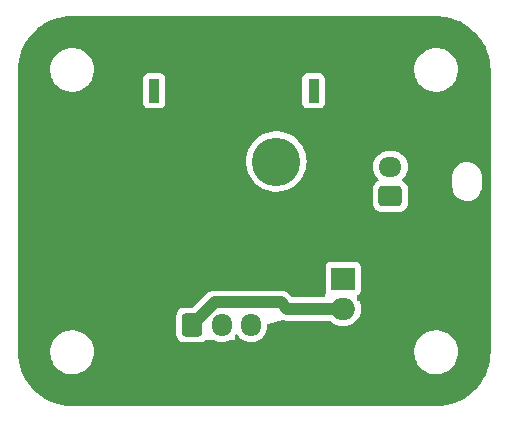
<source format=gbr>
%TF.GenerationSoftware,KiCad,Pcbnew,7.0.11-rc3*%
%TF.CreationDate,2025-03-25T15:56:03+09:00*%
%TF.ProjectId,RDC_Humanoid_Power_Relay_Switch,5244435f-4875-46d6-916e-6f69645f506f,rev?*%
%TF.SameCoordinates,Original*%
%TF.FileFunction,Copper,L2,Bot*%
%TF.FilePolarity,Positive*%
%FSLAX46Y46*%
G04 Gerber Fmt 4.6, Leading zero omitted, Abs format (unit mm)*
G04 Created by KiCad (PCBNEW 7.0.11-rc3) date 2025-03-25 15:56:03*
%MOMM*%
%LPD*%
G01*
G04 APERTURE LIST*
G04 Aperture macros list*
%AMRoundRect*
0 Rectangle with rounded corners*
0 $1 Rounding radius*
0 $2 $3 $4 $5 $6 $7 $8 $9 X,Y pos of 4 corners*
0 Add a 4 corners polygon primitive as box body*
4,1,4,$2,$3,$4,$5,$6,$7,$8,$9,$2,$3,0*
0 Add four circle primitives for the rounded corners*
1,1,$1+$1,$2,$3*
1,1,$1+$1,$4,$5*
1,1,$1+$1,$6,$7*
1,1,$1+$1,$8,$9*
0 Add four rect primitives between the rounded corners*
20,1,$1+$1,$2,$3,$4,$5,0*
20,1,$1+$1,$4,$5,$6,$7,0*
20,1,$1+$1,$6,$7,$8,$9,0*
20,1,$1+$1,$8,$9,$2,$3,0*%
G04 Aperture macros list end*
%TA.AperFunction,ComponentPad*%
%ADD10RoundRect,0.250000X-0.600000X-0.725000X0.600000X-0.725000X0.600000X0.725000X-0.600000X0.725000X0*%
%TD*%
%TA.AperFunction,ComponentPad*%
%ADD11O,1.700000X1.950000*%
%TD*%
%TA.AperFunction,ComponentPad*%
%ADD12RoundRect,0.250000X0.725000X-0.600000X0.725000X0.600000X-0.725000X0.600000X-0.725000X-0.600000X0*%
%TD*%
%TA.AperFunction,ComponentPad*%
%ADD13O,1.950000X1.700000*%
%TD*%
%TA.AperFunction,ComponentPad*%
%ADD14R,0.900000X2.000000*%
%TD*%
%TA.AperFunction,ComponentPad*%
%ADD15RoundRect,1.025000X-1.025000X-1.025000X1.025000X-1.025000X1.025000X1.025000X-1.025000X1.025000X0*%
%TD*%
%TA.AperFunction,ComponentPad*%
%ADD16C,4.100000*%
%TD*%
%TA.AperFunction,ComponentPad*%
%ADD17R,2.000000X1.905000*%
%TD*%
%TA.AperFunction,ComponentPad*%
%ADD18O,2.000000X1.905000*%
%TD*%
%TA.AperFunction,ViaPad*%
%ADD19C,0.600000*%
%TD*%
%TA.AperFunction,Conductor*%
%ADD20C,1.000000*%
%TD*%
G04 APERTURE END LIST*
D10*
%TO.P,J3,1,Pin_1*%
%TO.N,Net-(D2-K)*%
X53340000Y-59690000D03*
D11*
%TO.P,J3,2,Pin_2*%
%TO.N,unconnected-(J3-Pin_2-Pad2)*%
X55840000Y-59690000D03*
%TO.P,J3,3,Pin_3*%
%TO.N,+12V*%
X58340000Y-59690000D03*
%TD*%
D12*
%TO.P,J2,1,Pin_1*%
%TO.N,Net-(J2-Pin_1)*%
X70125000Y-48798800D03*
D13*
%TO.P,J2,2,Pin_2*%
%TO.N,+12V*%
X70125000Y-46298800D03*
%TD*%
D14*
%TO.P,J1,*%
%TO.N,*%
X50120600Y-39859600D03*
X63620600Y-39859600D03*
D15*
%TO.P,J1,1,Pin_1*%
%TO.N,GND*%
X53270600Y-45859600D03*
D16*
%TO.P,J1,2,Pin_2*%
%TO.N,+12V*%
X60470600Y-45859600D03*
%TD*%
D17*
%TO.P,Q1,1,G*%
%TO.N,Net-(Q1-G)*%
X66136400Y-55778400D03*
D18*
%TO.P,Q1,2,D*%
%TO.N,Net-(D2-K)*%
X66136400Y-58318400D03*
%TO.P,Q1,3,S*%
%TO.N,GND*%
X66136400Y-60858400D03*
%TD*%
D19*
%TO.N,GND*%
X69977000Y-59817000D03*
X49606200Y-53467000D03*
X67564000Y-41503600D03*
X52070000Y-61595000D03*
X56896000Y-55118000D03*
X63246000Y-50800000D03*
X73152000Y-44958000D03*
X67564000Y-53848000D03*
X76708000Y-42164000D03*
X42418000Y-53848000D03*
X47498000Y-34798000D03*
X76962000Y-55880000D03*
X46736000Y-56134000D03*
X56337200Y-56540400D03*
X65786000Y-48260000D03*
X47752000Y-42164000D03*
X68326000Y-37846000D03*
X39370000Y-45974000D03*
X61214000Y-59690000D03*
X47421800Y-50825400D03*
X78232000Y-40386000D03*
X39370000Y-41656000D03*
X61214000Y-53086000D03*
X47752000Y-65532000D03*
X78232000Y-57912000D03*
X55626000Y-34798000D03*
X67564000Y-50292000D03*
X56896000Y-46736000D03*
X78105000Y-49530000D03*
X58420000Y-66040000D03*
X39116000Y-51054000D03*
X63246000Y-48260000D03*
X65024000Y-59690000D03*
X54356000Y-54864000D03*
X51562000Y-34798000D03*
X62738000Y-55118000D03*
X42672000Y-48514000D03*
X73406000Y-53594000D03*
X53594000Y-65786000D03*
X56896000Y-52578000D03*
X62992000Y-66040000D03*
X54508400Y-56743600D03*
X64008000Y-42418000D03*
X59944000Y-34798000D03*
X56896000Y-42164000D03*
X42418000Y-57912000D03*
X73914000Y-55626000D03*
X55626000Y-37592000D03*
X63754000Y-34798000D03*
X43510200Y-43510200D03*
X68072000Y-34798000D03*
X57658000Y-63500000D03*
X47523400Y-46380400D03*
X47752000Y-37338000D03*
X72390000Y-50292000D03*
X54102000Y-53340000D03*
X55626000Y-61468000D03*
X60198000Y-38100000D03*
X63754000Y-37846000D03*
X71374000Y-56134000D03*
X62738000Y-63500000D03*
X53848000Y-63500000D03*
X61722000Y-56388000D03*
X53086000Y-41402000D03*
X74676000Y-57658000D03*
X61214000Y-54356000D03*
X39116000Y-56896000D03*
X78105000Y-45720000D03*
X65024000Y-52832000D03*
X67564000Y-63246000D03*
X67564000Y-57404000D03*
X78105000Y-53340000D03*
X49530000Y-63500000D03*
X67310000Y-66040000D03*
X51816000Y-37592000D03*
X72390000Y-42418000D03*
X46990000Y-60960000D03*
X52070000Y-57785000D03*
X76200000Y-53594000D03*
X53086000Y-50292000D03*
X71882000Y-65532000D03*
%TD*%
D20*
%TO.N,Net-(D2-K)*%
X55245000Y-57785000D02*
X53340000Y-59690000D01*
X60833000Y-57785000D02*
X55245000Y-57785000D01*
X61366400Y-58318400D02*
X60833000Y-57785000D01*
X66136400Y-58318400D02*
X61366400Y-58318400D01*
%TD*%
%TA.AperFunction,Conductor*%
%TO.N,GND*%
G36*
X73966433Y-33556515D02*
G01*
X73967739Y-33556602D01*
X73975108Y-33556602D01*
X74038312Y-33556602D01*
X74043720Y-33556719D01*
X74434743Y-33573792D01*
X74445477Y-33574732D01*
X74830859Y-33625468D01*
X74841493Y-33627343D01*
X75220990Y-33711476D01*
X75231416Y-33714270D01*
X75602135Y-33831157D01*
X75612270Y-33834846D01*
X75971387Y-33983598D01*
X75981179Y-33988164D01*
X76261399Y-34134037D01*
X76325942Y-34167636D01*
X76335309Y-34173043D01*
X76605434Y-34345132D01*
X76663124Y-34381884D01*
X76671983Y-34388087D01*
X76980364Y-34624717D01*
X76988638Y-34631661D01*
X77244151Y-34865795D01*
X77275203Y-34894249D01*
X77282852Y-34901898D01*
X77545439Y-35188461D01*
X77552393Y-35196748D01*
X77789007Y-35505110D01*
X77795212Y-35513971D01*
X78004056Y-35841791D01*
X78009464Y-35851159D01*
X78188933Y-36195916D01*
X78193505Y-36205720D01*
X78217779Y-36264323D01*
X78331504Y-36538879D01*
X78342248Y-36564816D01*
X78345947Y-36574979D01*
X78452559Y-36913109D01*
X78462828Y-36945676D01*
X78465628Y-36956126D01*
X78549754Y-37335599D01*
X78551632Y-37346252D01*
X78602365Y-37731602D01*
X78603308Y-37742378D01*
X78618934Y-38100289D01*
X78620382Y-38133435D01*
X78620500Y-38138844D01*
X78620500Y-61973293D01*
X78620382Y-61978702D01*
X78603310Y-62369723D01*
X78602367Y-62380500D01*
X78551634Y-62765848D01*
X78549756Y-62776501D01*
X78465628Y-63155978D01*
X78462828Y-63166427D01*
X78345949Y-63537120D01*
X78342249Y-63547285D01*
X78193507Y-63906381D01*
X78188935Y-63916185D01*
X78009465Y-64260942D01*
X78004057Y-64270310D01*
X77795213Y-64598130D01*
X77789008Y-64606991D01*
X77552394Y-64915353D01*
X77545440Y-64923640D01*
X77282853Y-65210204D01*
X77275204Y-65217853D01*
X76988640Y-65480440D01*
X76980353Y-65487394D01*
X76671991Y-65724008D01*
X76663130Y-65730213D01*
X76335310Y-65939057D01*
X76325942Y-65944465D01*
X75981185Y-66123935D01*
X75971381Y-66128507D01*
X75612285Y-66277249D01*
X75602120Y-66280949D01*
X75231427Y-66397828D01*
X75220978Y-66400628D01*
X74841501Y-66484756D01*
X74830848Y-66486634D01*
X74445500Y-66537367D01*
X74434723Y-66538310D01*
X74043703Y-66555382D01*
X74038294Y-66555500D01*
X43182706Y-66555500D01*
X43177297Y-66555382D01*
X42786276Y-66538310D01*
X42775501Y-66537367D01*
X42686792Y-66525688D01*
X42390151Y-66486634D01*
X42379498Y-66484756D01*
X42000021Y-66400628D01*
X41989572Y-66397828D01*
X41618879Y-66280949D01*
X41608714Y-66277249D01*
X41249618Y-66128507D01*
X41239814Y-66123935D01*
X40895057Y-65944465D01*
X40885689Y-65939057D01*
X40557869Y-65730213D01*
X40549008Y-65724008D01*
X40240646Y-65487394D01*
X40232359Y-65480440D01*
X39945795Y-65217853D01*
X39938146Y-65210204D01*
X39675559Y-64923640D01*
X39668605Y-64915353D01*
X39431991Y-64606991D01*
X39425786Y-64598130D01*
X39216942Y-64270310D01*
X39211534Y-64260942D01*
X39032064Y-63916185D01*
X39027492Y-63906381D01*
X38878744Y-63547270D01*
X38875055Y-63537135D01*
X38758168Y-63166416D01*
X38755374Y-63155990D01*
X38671241Y-62776493D01*
X38669365Y-62765848D01*
X38618630Y-62380477D01*
X38617690Y-62369742D01*
X38604506Y-62067763D01*
X41325787Y-62067763D01*
X41355413Y-62337013D01*
X41355415Y-62337024D01*
X41423926Y-62599082D01*
X41423928Y-62599088D01*
X41529870Y-62848390D01*
X41601998Y-62966575D01*
X41670979Y-63079605D01*
X41670986Y-63079615D01*
X41844253Y-63287819D01*
X41844259Y-63287824D01*
X42045998Y-63468582D01*
X42271910Y-63618044D01*
X42517176Y-63733020D01*
X42517183Y-63733022D01*
X42517185Y-63733023D01*
X42776557Y-63811057D01*
X42776564Y-63811058D01*
X42776569Y-63811060D01*
X43044561Y-63850500D01*
X43044566Y-63850500D01*
X43247629Y-63850500D01*
X43247631Y-63850500D01*
X43247636Y-63850499D01*
X43247648Y-63850499D01*
X43285191Y-63847750D01*
X43450156Y-63835677D01*
X43562758Y-63810593D01*
X43714546Y-63776782D01*
X43714548Y-63776781D01*
X43714553Y-63776780D01*
X43967558Y-63680014D01*
X44203777Y-63547441D01*
X44418177Y-63381888D01*
X44606186Y-63186881D01*
X44763799Y-62966579D01*
X44867002Y-62765848D01*
X44887649Y-62725690D01*
X44887651Y-62725684D01*
X44887656Y-62725675D01*
X44975118Y-62469305D01*
X45024319Y-62202933D01*
X45029259Y-62067763D01*
X72145787Y-62067763D01*
X72175413Y-62337013D01*
X72175415Y-62337024D01*
X72243926Y-62599082D01*
X72243928Y-62599088D01*
X72349870Y-62848390D01*
X72421998Y-62966575D01*
X72490979Y-63079605D01*
X72490986Y-63079615D01*
X72664253Y-63287819D01*
X72664259Y-63287824D01*
X72865998Y-63468582D01*
X73091910Y-63618044D01*
X73337176Y-63733020D01*
X73337183Y-63733022D01*
X73337185Y-63733023D01*
X73596557Y-63811057D01*
X73596564Y-63811058D01*
X73596569Y-63811060D01*
X73864561Y-63850500D01*
X73864566Y-63850500D01*
X74067629Y-63850500D01*
X74067631Y-63850500D01*
X74067636Y-63850499D01*
X74067648Y-63850499D01*
X74105191Y-63847750D01*
X74270156Y-63835677D01*
X74382758Y-63810593D01*
X74534546Y-63776782D01*
X74534548Y-63776781D01*
X74534553Y-63776780D01*
X74787558Y-63680014D01*
X75023777Y-63547441D01*
X75238177Y-63381888D01*
X75426186Y-63186881D01*
X75583799Y-62966579D01*
X75687002Y-62765848D01*
X75707649Y-62725690D01*
X75707651Y-62725684D01*
X75707656Y-62725675D01*
X75795118Y-62469305D01*
X75844319Y-62202933D01*
X75854212Y-61932235D01*
X75824586Y-61662982D01*
X75756072Y-61400912D01*
X75650130Y-61151610D01*
X75509018Y-60920390D01*
X75478448Y-60883656D01*
X75335746Y-60712180D01*
X75335740Y-60712175D01*
X75134002Y-60531418D01*
X74908092Y-60381957D01*
X74797091Y-60329922D01*
X74662824Y-60266980D01*
X74662819Y-60266978D01*
X74662814Y-60266976D01*
X74403442Y-60188942D01*
X74403428Y-60188939D01*
X74287791Y-60171921D01*
X74135439Y-60149500D01*
X73932369Y-60149500D01*
X73932351Y-60149500D01*
X73729844Y-60164323D01*
X73729831Y-60164325D01*
X73465453Y-60223217D01*
X73465446Y-60223220D01*
X73212439Y-60319987D01*
X72976226Y-60452557D01*
X72976224Y-60452558D01*
X72976223Y-60452559D01*
X72924071Y-60492829D01*
X72761822Y-60618112D01*
X72573822Y-60813109D01*
X72573816Y-60813116D01*
X72416202Y-61033419D01*
X72416199Y-61033424D01*
X72292350Y-61274309D01*
X72292343Y-61274327D01*
X72204884Y-61530685D01*
X72204881Y-61530699D01*
X72155681Y-61797068D01*
X72155680Y-61797075D01*
X72145787Y-62067763D01*
X45029259Y-62067763D01*
X45034212Y-61932235D01*
X45004586Y-61662982D01*
X44936072Y-61400912D01*
X44830130Y-61151610D01*
X44689018Y-60920390D01*
X44658448Y-60883656D01*
X44515746Y-60712180D01*
X44515740Y-60712175D01*
X44314002Y-60531418D01*
X44213613Y-60465001D01*
X51989500Y-60465001D01*
X51989501Y-60465018D01*
X52000000Y-60567796D01*
X52000001Y-60567799D01*
X52039303Y-60686402D01*
X52055186Y-60734334D01*
X52147288Y-60883656D01*
X52271344Y-61007712D01*
X52420666Y-61099814D01*
X52587203Y-61154999D01*
X52689991Y-61165500D01*
X53990008Y-61165499D01*
X54092797Y-61154999D01*
X54259334Y-61099814D01*
X54408656Y-61007712D01*
X54445449Y-60970919D01*
X54506772Y-60937434D01*
X54533130Y-60934600D01*
X55045331Y-60934600D01*
X55112370Y-60954285D01*
X55116454Y-60957025D01*
X55162168Y-60989034D01*
X55162170Y-60989035D01*
X55376337Y-61088903D01*
X55604592Y-61150063D01*
X55781034Y-61165500D01*
X55839999Y-61170659D01*
X55840000Y-61170659D01*
X55840001Y-61170659D01*
X55898966Y-61165500D01*
X56075408Y-61150063D01*
X56303663Y-61088903D01*
X56517829Y-60989035D01*
X56563544Y-60957024D01*
X56629750Y-60934698D01*
X56634667Y-60934600D01*
X56972200Y-60934600D01*
X56972200Y-60609381D01*
X56991885Y-60542342D01*
X57044689Y-60496587D01*
X57113847Y-60486643D01*
X57177403Y-60515668D01*
X57197773Y-60538255D01*
X57301505Y-60686401D01*
X57468599Y-60853495D01*
X57511675Y-60883657D01*
X57662165Y-60989032D01*
X57662167Y-60989033D01*
X57662170Y-60989035D01*
X57876337Y-61088903D01*
X58104592Y-61150063D01*
X58281034Y-61165500D01*
X58339999Y-61170659D01*
X58340000Y-61170659D01*
X58340001Y-61170659D01*
X58398966Y-61165500D01*
X58575408Y-61150063D01*
X58803663Y-61088903D01*
X59017829Y-60989035D01*
X59211401Y-60853495D01*
X59378495Y-60686401D01*
X59514035Y-60492829D01*
X59613903Y-60278663D01*
X59675063Y-60050408D01*
X59690500Y-59873966D01*
X59690500Y-59689087D01*
X59710185Y-59622048D01*
X59762989Y-59576293D01*
X59786732Y-59568236D01*
X61031150Y-59282356D01*
X61083873Y-59281748D01*
X61123111Y-59289812D01*
X61132262Y-59292057D01*
X61188982Y-59308287D01*
X61219314Y-59310596D01*
X61234863Y-59312777D01*
X61264655Y-59318900D01*
X61264659Y-59318900D01*
X61323642Y-59318900D01*
X61333056Y-59319257D01*
X61341410Y-59319894D01*
X61391876Y-59323737D01*
X61391876Y-59323736D01*
X61391877Y-59323737D01*
X61422052Y-59319893D01*
X61437719Y-59318900D01*
X64982006Y-59318900D01*
X65049045Y-59338585D01*
X65065987Y-59351668D01*
X65193390Y-59468951D01*
X65394978Y-59600655D01*
X65615495Y-59697383D01*
X65848924Y-59756495D01*
X66028800Y-59771400D01*
X66028804Y-59771400D01*
X66243996Y-59771400D01*
X66244000Y-59771400D01*
X66423876Y-59756495D01*
X66657305Y-59697383D01*
X66877822Y-59600655D01*
X67079410Y-59468951D01*
X67256571Y-59305863D01*
X67404472Y-59115839D01*
X67519079Y-58904064D01*
X67597266Y-58676313D01*
X67636900Y-58438799D01*
X67636900Y-58198001D01*
X67597266Y-57960487D01*
X67519079Y-57732736D01*
X67404472Y-57520961D01*
X67404470Y-57520958D01*
X67404466Y-57520952D01*
X67293567Y-57378469D01*
X67267924Y-57313475D01*
X67281490Y-57244935D01*
X67329959Y-57194611D01*
X67348081Y-57186127D01*
X67378731Y-57174696D01*
X67493946Y-57088446D01*
X67580196Y-56973231D01*
X67630491Y-56838383D01*
X67636900Y-56778773D01*
X67636899Y-54778028D01*
X67630491Y-54718417D01*
X67580196Y-54583569D01*
X67580195Y-54583568D01*
X67580193Y-54583564D01*
X67493947Y-54468355D01*
X67493944Y-54468352D01*
X67378735Y-54382106D01*
X67378728Y-54382102D01*
X67243882Y-54331808D01*
X67243883Y-54331808D01*
X67184283Y-54325401D01*
X67184281Y-54325400D01*
X67184273Y-54325400D01*
X67184264Y-54325400D01*
X65088529Y-54325400D01*
X65088523Y-54325401D01*
X65028916Y-54331808D01*
X64894071Y-54382102D01*
X64894064Y-54382106D01*
X64778855Y-54468352D01*
X64778852Y-54468355D01*
X64692606Y-54583564D01*
X64692602Y-54583571D01*
X64642308Y-54718417D01*
X64635901Y-54778016D01*
X64635901Y-54778023D01*
X64635900Y-54778035D01*
X64635900Y-56778770D01*
X64635901Y-56778776D01*
X64642308Y-56838383D01*
X64659872Y-56885472D01*
X64664856Y-56955163D01*
X64661327Y-56968017D01*
X64585797Y-57194611D01*
X64572963Y-57233112D01*
X64533089Y-57290486D01*
X64468526Y-57317195D01*
X64455326Y-57317900D01*
X61832182Y-57317900D01*
X61765143Y-57298215D01*
X61744501Y-57281581D01*
X61550567Y-57087647D01*
X61548374Y-57085398D01*
X61488061Y-57021949D01*
X61488060Y-57021948D01*
X61488059Y-57021947D01*
X61439640Y-56988246D01*
X61432120Y-56982575D01*
X61386413Y-56945305D01*
X61386406Y-56945301D01*
X61359441Y-56931216D01*
X61346026Y-56923089D01*
X61321049Y-56905705D01*
X61321046Y-56905703D01*
X61321045Y-56905703D01*
X61321041Y-56905701D01*
X61266845Y-56882443D01*
X61258336Y-56878402D01*
X61206057Y-56851094D01*
X61206046Y-56851090D01*
X61176806Y-56842723D01*
X61162021Y-56837459D01*
X61134058Y-56825459D01*
X61076273Y-56813583D01*
X61067127Y-56811338D01*
X61010423Y-56795113D01*
X60986699Y-56793306D01*
X60980072Y-56792801D01*
X60964533Y-56790622D01*
X60934742Y-56784500D01*
X60934741Y-56784500D01*
X60875759Y-56784500D01*
X60866344Y-56784142D01*
X60863643Y-56783936D01*
X60807524Y-56779662D01*
X60777349Y-56783506D01*
X60761682Y-56784500D01*
X55259278Y-56784500D01*
X55256138Y-56784460D01*
X55168637Y-56782243D01*
X55168628Y-56782243D01*
X55110578Y-56792648D01*
X55101252Y-56793956D01*
X55042564Y-56799925D01*
X55042562Y-56799926D01*
X55013526Y-56809035D01*
X54998290Y-56812774D01*
X54968350Y-56818141D01*
X54968341Y-56818143D01*
X54913568Y-56840021D01*
X54904699Y-56843179D01*
X54848415Y-56860840D01*
X54848402Y-56860845D01*
X54821817Y-56875601D01*
X54807644Y-56882332D01*
X54779391Y-56893618D01*
X54779377Y-56893625D01*
X54730121Y-56926087D01*
X54722066Y-56930967D01*
X54670502Y-56959588D01*
X54670499Y-56959590D01*
X54647405Y-56979414D01*
X54634883Y-56988855D01*
X54609482Y-57005598D01*
X54609475Y-57005603D01*
X54567781Y-57047297D01*
X54560874Y-57053698D01*
X54516106Y-57092132D01*
X54516105Y-57092133D01*
X54497480Y-57116194D01*
X54487107Y-57127971D01*
X53436897Y-58178181D01*
X53375574Y-58211666D01*
X53349216Y-58214500D01*
X52689998Y-58214500D01*
X52689980Y-58214501D01*
X52587203Y-58225000D01*
X52587200Y-58225001D01*
X52420668Y-58280185D01*
X52420663Y-58280187D01*
X52271342Y-58372289D01*
X52147289Y-58496342D01*
X52055187Y-58645663D01*
X52055185Y-58645668D01*
X52027349Y-58729670D01*
X52000001Y-58812203D01*
X52000001Y-58812204D01*
X52000000Y-58812204D01*
X51989500Y-58914983D01*
X51989500Y-60465001D01*
X44213613Y-60465001D01*
X44088092Y-60381957D01*
X43977091Y-60329922D01*
X43842824Y-60266980D01*
X43842819Y-60266978D01*
X43842814Y-60266976D01*
X43583442Y-60188942D01*
X43583428Y-60188939D01*
X43467791Y-60171921D01*
X43315439Y-60149500D01*
X43112369Y-60149500D01*
X43112351Y-60149500D01*
X42909844Y-60164323D01*
X42909831Y-60164325D01*
X42645453Y-60223217D01*
X42645446Y-60223220D01*
X42392439Y-60319987D01*
X42156226Y-60452557D01*
X42156224Y-60452558D01*
X42156223Y-60452559D01*
X42104071Y-60492829D01*
X41941822Y-60618112D01*
X41753822Y-60813109D01*
X41753816Y-60813116D01*
X41596202Y-61033419D01*
X41596199Y-61033424D01*
X41472350Y-61274309D01*
X41472343Y-61274327D01*
X41384884Y-61530685D01*
X41384881Y-61530699D01*
X41335681Y-61797068D01*
X41335680Y-61797075D01*
X41325787Y-62067763D01*
X38604506Y-62067763D01*
X38600618Y-61978701D01*
X38600500Y-61973293D01*
X38600500Y-45859605D01*
X57915057Y-45859605D01*
X57935206Y-46179883D01*
X57935207Y-46179890D01*
X57962454Y-46322722D01*
X57979256Y-46410804D01*
X57995345Y-46495142D01*
X58094516Y-46800359D01*
X58094518Y-46800364D01*
X58231158Y-47090738D01*
X58231162Y-47090744D01*
X58403120Y-47361708D01*
X58403122Y-47361711D01*
X58605288Y-47606088D01*
X58607689Y-47608990D01*
X58736706Y-47730144D01*
X58841634Y-47828678D01*
X58841644Y-47828686D01*
X59101260Y-48017308D01*
X59101266Y-48017311D01*
X59101272Y-48017316D01*
X59382503Y-48171924D01*
X59680894Y-48290066D01*
X59680893Y-48290066D01*
X59991735Y-48369876D01*
X59991739Y-48369877D01*
X60058535Y-48378315D01*
X60310124Y-48410099D01*
X60310133Y-48410099D01*
X60310136Y-48410100D01*
X60310138Y-48410100D01*
X60631062Y-48410100D01*
X60631064Y-48410100D01*
X60631067Y-48410099D01*
X60631075Y-48410099D01*
X60821063Y-48386097D01*
X60949461Y-48369877D01*
X61260306Y-48290066D01*
X61558697Y-48171924D01*
X61839928Y-48017316D01*
X62099564Y-47828680D01*
X62333511Y-47608990D01*
X62538078Y-47361710D01*
X62710039Y-47090742D01*
X62846684Y-46800358D01*
X62945856Y-46495138D01*
X62983309Y-46298800D01*
X68644341Y-46298800D01*
X68664936Y-46534203D01*
X68664938Y-46534213D01*
X68726094Y-46762455D01*
X68726096Y-46762459D01*
X68726097Y-46762463D01*
X68743771Y-46800364D01*
X68825964Y-46976628D01*
X68825965Y-46976630D01*
X68961505Y-47170202D01*
X69108704Y-47317401D01*
X69142189Y-47378724D01*
X69137205Y-47448416D01*
X69095333Y-47504349D01*
X69086120Y-47510620D01*
X68931347Y-47606085D01*
X68931343Y-47606088D01*
X68807289Y-47730142D01*
X68715187Y-47879463D01*
X68715186Y-47879466D01*
X68660001Y-48046003D01*
X68660001Y-48046004D01*
X68660000Y-48046004D01*
X68649500Y-48148783D01*
X68649500Y-49448801D01*
X68649501Y-49448818D01*
X68660000Y-49551596D01*
X68660001Y-49551599D01*
X68715185Y-49718131D01*
X68715186Y-49718134D01*
X68807288Y-49867456D01*
X68931344Y-49991512D01*
X69080666Y-50083614D01*
X69247203Y-50138799D01*
X69349991Y-50149300D01*
X70900008Y-50149299D01*
X71002797Y-50138799D01*
X71169334Y-50083614D01*
X71318656Y-49991512D01*
X71442712Y-49867456D01*
X71534814Y-49718134D01*
X71589999Y-49551597D01*
X71600500Y-49448809D01*
X71600499Y-48148792D01*
X71589999Y-48046003D01*
X71576397Y-48004955D01*
X75374500Y-48004955D01*
X75375613Y-48017319D01*
X75389622Y-48172986D01*
X75389623Y-48172992D01*
X75449503Y-48389960D01*
X75449508Y-48389973D01*
X75547167Y-48592766D01*
X75547171Y-48592774D01*
X75679473Y-48774872D01*
X75679474Y-48774874D01*
X75842176Y-48930433D01*
X76030033Y-49054436D01*
X76237004Y-49142900D01*
X76237007Y-49142901D01*
X76237012Y-49142903D01*
X76456463Y-49192991D01*
X76681330Y-49203090D01*
X76904387Y-49172875D01*
X77118464Y-49103317D01*
X77316681Y-48996652D01*
X77492666Y-48856308D01*
X77640765Y-48686796D01*
X77756215Y-48493564D01*
X77835307Y-48282824D01*
X77859631Y-48148791D01*
X77875500Y-48061349D01*
X77875500Y-47092652D01*
X77875500Y-47092645D01*
X77860377Y-46924612D01*
X77830064Y-46814776D01*
X77800496Y-46707639D01*
X77800491Y-46707626D01*
X77702832Y-46504833D01*
X77702828Y-46504825D01*
X77570526Y-46322727D01*
X77570525Y-46322725D01*
X77545501Y-46298800D01*
X77407825Y-46167168D01*
X77407823Y-46167166D01*
X77219966Y-46043163D01*
X77012995Y-45954699D01*
X77012982Y-45954695D01*
X76793542Y-45904610D01*
X76793538Y-45904609D01*
X76793537Y-45904609D01*
X76793536Y-45904608D01*
X76793531Y-45904608D01*
X76568674Y-45894510D01*
X76568673Y-45894510D01*
X76568670Y-45894510D01*
X76345613Y-45924725D01*
X76345610Y-45924725D01*
X76345609Y-45924726D01*
X76131534Y-45994283D01*
X75933321Y-46100946D01*
X75933318Y-46100948D01*
X75757336Y-46241289D01*
X75609236Y-46410803D01*
X75493787Y-46604032D01*
X75493786Y-46604034D01*
X75414692Y-46814776D01*
X75374500Y-47036250D01*
X75374500Y-47036253D01*
X75374500Y-48004955D01*
X71576397Y-48004955D01*
X71534814Y-47879466D01*
X71442712Y-47730144D01*
X71318656Y-47606088D01*
X71237658Y-47556128D01*
X71163879Y-47510621D01*
X71117155Y-47458673D01*
X71105932Y-47389710D01*
X71133776Y-47325628D01*
X71141295Y-47317401D01*
X71288495Y-47170201D01*
X71424035Y-46976630D01*
X71523903Y-46762463D01*
X71585063Y-46534208D01*
X71605659Y-46298800D01*
X71585063Y-46063392D01*
X71523903Y-45835137D01*
X71424035Y-45620971D01*
X71424034Y-45620969D01*
X71288494Y-45427397D01*
X71121402Y-45260305D01*
X70927830Y-45124765D01*
X70927828Y-45124764D01*
X70820746Y-45074831D01*
X70713663Y-45024897D01*
X70713659Y-45024896D01*
X70713655Y-45024894D01*
X70485413Y-44963738D01*
X70485403Y-44963736D01*
X70308967Y-44948300D01*
X70308966Y-44948300D01*
X69941034Y-44948300D01*
X69941033Y-44948300D01*
X69764596Y-44963736D01*
X69764586Y-44963738D01*
X69536344Y-45024894D01*
X69536335Y-45024898D01*
X69322171Y-45124764D01*
X69322169Y-45124765D01*
X69128597Y-45260305D01*
X68961506Y-45427397D01*
X68961501Y-45427404D01*
X68825967Y-45620965D01*
X68825965Y-45620969D01*
X68726098Y-45835135D01*
X68726094Y-45835144D01*
X68664938Y-46063386D01*
X68664936Y-46063396D01*
X68644341Y-46298799D01*
X68644341Y-46298800D01*
X62983309Y-46298800D01*
X63005992Y-46179894D01*
X63010959Y-46100946D01*
X63026143Y-45859605D01*
X63026143Y-45859594D01*
X63005993Y-45539316D01*
X63005992Y-45539309D01*
X63005992Y-45539306D01*
X62945856Y-45224062D01*
X62846684Y-44918842D01*
X62846681Y-44918835D01*
X62710041Y-44628461D01*
X62710037Y-44628455D01*
X62538079Y-44357491D01*
X62538077Y-44357488D01*
X62333512Y-44110211D01*
X62099565Y-43890521D01*
X62099555Y-43890513D01*
X61839939Y-43701891D01*
X61839921Y-43701880D01*
X61558696Y-43547275D01*
X61558693Y-43547274D01*
X61260303Y-43429133D01*
X61260306Y-43429133D01*
X60949464Y-43349323D01*
X60949451Y-43349321D01*
X60631075Y-43309100D01*
X60631064Y-43309100D01*
X60310136Y-43309100D01*
X60310124Y-43309100D01*
X59991748Y-43349321D01*
X59991735Y-43349323D01*
X59680894Y-43429133D01*
X59382506Y-43547274D01*
X59382503Y-43547275D01*
X59101278Y-43701880D01*
X59101260Y-43701891D01*
X58841644Y-43890513D01*
X58841634Y-43890521D01*
X58607687Y-44110211D01*
X58403122Y-44357488D01*
X58403120Y-44357491D01*
X58231162Y-44628455D01*
X58231158Y-44628461D01*
X58094518Y-44918835D01*
X58094516Y-44918840D01*
X57995345Y-45224057D01*
X57935207Y-45539309D01*
X57935206Y-45539316D01*
X57915057Y-45859594D01*
X57915057Y-45859605D01*
X38600500Y-45859605D01*
X38600500Y-40907470D01*
X49170100Y-40907470D01*
X49170101Y-40907476D01*
X49176508Y-40967083D01*
X49226802Y-41101928D01*
X49226806Y-41101935D01*
X49313052Y-41217144D01*
X49313055Y-41217147D01*
X49428264Y-41303393D01*
X49428271Y-41303397D01*
X49563117Y-41353691D01*
X49563116Y-41353691D01*
X49570044Y-41354435D01*
X49622727Y-41360100D01*
X50618472Y-41360099D01*
X50678083Y-41353691D01*
X50812931Y-41303396D01*
X50928146Y-41217146D01*
X51014396Y-41101931D01*
X51064691Y-40967083D01*
X51071100Y-40907473D01*
X51071100Y-40907470D01*
X62670100Y-40907470D01*
X62670101Y-40907476D01*
X62676508Y-40967083D01*
X62726802Y-41101928D01*
X62726806Y-41101935D01*
X62813052Y-41217144D01*
X62813055Y-41217147D01*
X62928264Y-41303393D01*
X62928271Y-41303397D01*
X63063117Y-41353691D01*
X63063116Y-41353691D01*
X63070044Y-41354435D01*
X63122727Y-41360100D01*
X64118472Y-41360099D01*
X64178083Y-41353691D01*
X64312931Y-41303396D01*
X64428146Y-41217146D01*
X64514396Y-41101931D01*
X64564691Y-40967083D01*
X64571100Y-40907473D01*
X64571099Y-38811728D01*
X64564691Y-38752117D01*
X64544912Y-38699088D01*
X64514397Y-38617271D01*
X64514393Y-38617264D01*
X64428147Y-38502055D01*
X64428144Y-38502052D01*
X64312935Y-38415806D01*
X64312928Y-38415802D01*
X64178082Y-38365508D01*
X64178083Y-38365508D01*
X64118483Y-38359101D01*
X64118481Y-38359100D01*
X64118473Y-38359100D01*
X64118464Y-38359100D01*
X63122729Y-38359100D01*
X63122723Y-38359101D01*
X63063116Y-38365508D01*
X62928271Y-38415802D01*
X62928264Y-38415806D01*
X62813055Y-38502052D01*
X62813052Y-38502055D01*
X62726806Y-38617264D01*
X62726802Y-38617271D01*
X62676508Y-38752117D01*
X62670101Y-38811716D01*
X62670101Y-38811723D01*
X62670100Y-38811735D01*
X62670100Y-40907470D01*
X51071100Y-40907470D01*
X51071099Y-38811728D01*
X51064691Y-38752117D01*
X51044912Y-38699088D01*
X51014397Y-38617271D01*
X51014393Y-38617264D01*
X50928147Y-38502055D01*
X50928144Y-38502052D01*
X50812935Y-38415806D01*
X50812928Y-38415802D01*
X50678082Y-38365508D01*
X50678083Y-38365508D01*
X50618483Y-38359101D01*
X50618481Y-38359100D01*
X50618473Y-38359100D01*
X50618464Y-38359100D01*
X49622729Y-38359100D01*
X49622723Y-38359101D01*
X49563116Y-38365508D01*
X49428271Y-38415802D01*
X49428264Y-38415806D01*
X49313055Y-38502052D01*
X49313052Y-38502055D01*
X49226806Y-38617264D01*
X49226802Y-38617271D01*
X49176508Y-38752117D01*
X49170101Y-38811716D01*
X49170101Y-38811723D01*
X49170100Y-38811735D01*
X49170100Y-40907470D01*
X38600500Y-40907470D01*
X38600500Y-38167763D01*
X41325787Y-38167763D01*
X41355413Y-38437013D01*
X41355415Y-38437024D01*
X41402538Y-38617271D01*
X41423928Y-38699088D01*
X41529870Y-38948390D01*
X41601998Y-39066575D01*
X41670979Y-39179605D01*
X41670986Y-39179615D01*
X41844253Y-39387819D01*
X41844259Y-39387824D01*
X42045998Y-39568582D01*
X42271910Y-39718044D01*
X42517176Y-39833020D01*
X42517183Y-39833022D01*
X42517185Y-39833023D01*
X42776557Y-39911057D01*
X42776564Y-39911058D01*
X42776569Y-39911060D01*
X43044561Y-39950500D01*
X43044566Y-39950500D01*
X43247629Y-39950500D01*
X43247631Y-39950500D01*
X43247636Y-39950499D01*
X43247648Y-39950499D01*
X43285191Y-39947750D01*
X43450156Y-39935677D01*
X43562758Y-39910593D01*
X43714546Y-39876782D01*
X43714548Y-39876781D01*
X43714553Y-39876780D01*
X43967558Y-39780014D01*
X44203777Y-39647441D01*
X44418177Y-39481888D01*
X44606186Y-39286881D01*
X44763799Y-39066579D01*
X44837787Y-38922669D01*
X44887649Y-38825690D01*
X44887651Y-38825684D01*
X44887656Y-38825675D01*
X44975118Y-38569305D01*
X45024319Y-38302933D01*
X45029259Y-38167763D01*
X72145787Y-38167763D01*
X72175413Y-38437013D01*
X72175415Y-38437024D01*
X72222538Y-38617271D01*
X72243928Y-38699088D01*
X72349870Y-38948390D01*
X72421998Y-39066575D01*
X72490979Y-39179605D01*
X72490986Y-39179615D01*
X72664253Y-39387819D01*
X72664259Y-39387824D01*
X72865998Y-39568582D01*
X73091910Y-39718044D01*
X73337176Y-39833020D01*
X73337183Y-39833022D01*
X73337185Y-39833023D01*
X73596557Y-39911057D01*
X73596564Y-39911058D01*
X73596569Y-39911060D01*
X73864561Y-39950500D01*
X73864566Y-39950500D01*
X74067629Y-39950500D01*
X74067631Y-39950500D01*
X74067636Y-39950499D01*
X74067648Y-39950499D01*
X74105191Y-39947750D01*
X74270156Y-39935677D01*
X74382758Y-39910593D01*
X74534546Y-39876782D01*
X74534548Y-39876781D01*
X74534553Y-39876780D01*
X74787558Y-39780014D01*
X75023777Y-39647441D01*
X75238177Y-39481888D01*
X75426186Y-39286881D01*
X75583799Y-39066579D01*
X75657787Y-38922669D01*
X75707649Y-38825690D01*
X75707651Y-38825684D01*
X75707656Y-38825675D01*
X75795118Y-38569305D01*
X75844319Y-38302933D01*
X75854212Y-38032235D01*
X75824586Y-37762982D01*
X75756072Y-37500912D01*
X75650130Y-37251610D01*
X75509018Y-37020390D01*
X75500753Y-37010458D01*
X75335746Y-36812180D01*
X75335740Y-36812175D01*
X75134002Y-36631418D01*
X74908092Y-36481957D01*
X74908090Y-36481956D01*
X74662824Y-36366980D01*
X74662819Y-36366978D01*
X74662814Y-36366976D01*
X74403442Y-36288942D01*
X74403428Y-36288939D01*
X74287791Y-36271921D01*
X74135439Y-36249500D01*
X73932369Y-36249500D01*
X73932351Y-36249500D01*
X73729844Y-36264323D01*
X73729831Y-36264325D01*
X73465453Y-36323217D01*
X73465446Y-36323220D01*
X73212439Y-36419987D01*
X72976226Y-36552557D01*
X72976224Y-36552558D01*
X72976223Y-36552559D01*
X72935430Y-36584058D01*
X72761822Y-36718112D01*
X72573822Y-36913109D01*
X72573816Y-36913116D01*
X72416202Y-37133419D01*
X72416199Y-37133424D01*
X72292350Y-37374309D01*
X72292343Y-37374327D01*
X72204884Y-37630685D01*
X72204882Y-37630695D01*
X72158697Y-37880742D01*
X72155681Y-37897068D01*
X72155680Y-37897075D01*
X72145787Y-38167763D01*
X45029259Y-38167763D01*
X45034212Y-38032235D01*
X45004586Y-37762982D01*
X44936072Y-37500912D01*
X44830130Y-37251610D01*
X44689018Y-37020390D01*
X44680753Y-37010458D01*
X44515746Y-36812180D01*
X44515740Y-36812175D01*
X44314002Y-36631418D01*
X44088092Y-36481957D01*
X44088090Y-36481956D01*
X43842824Y-36366980D01*
X43842819Y-36366978D01*
X43842814Y-36366976D01*
X43583442Y-36288942D01*
X43583428Y-36288939D01*
X43467791Y-36271921D01*
X43315439Y-36249500D01*
X43112369Y-36249500D01*
X43112351Y-36249500D01*
X42909844Y-36264323D01*
X42909831Y-36264325D01*
X42645453Y-36323217D01*
X42645446Y-36323220D01*
X42392439Y-36419987D01*
X42156226Y-36552557D01*
X42156224Y-36552558D01*
X42156223Y-36552559D01*
X42115430Y-36584058D01*
X41941822Y-36718112D01*
X41753822Y-36913109D01*
X41753816Y-36913116D01*
X41596202Y-37133419D01*
X41596199Y-37133424D01*
X41472350Y-37374309D01*
X41472343Y-37374327D01*
X41384884Y-37630685D01*
X41384882Y-37630695D01*
X41338697Y-37880742D01*
X41335681Y-37897068D01*
X41335680Y-37897075D01*
X41325787Y-38167763D01*
X38600500Y-38167763D01*
X38600500Y-38102706D01*
X38600618Y-38097298D01*
X38602063Y-38064201D01*
X38617690Y-37706255D01*
X38618629Y-37695524D01*
X38669367Y-37310137D01*
X38671240Y-37299510D01*
X38755375Y-36920004D01*
X38758166Y-36909589D01*
X38875057Y-36538857D01*
X38878741Y-36528736D01*
X39027498Y-36169603D01*
X39032056Y-36159829D01*
X39211540Y-35815045D01*
X39216935Y-35805700D01*
X39425793Y-35477858D01*
X39431983Y-35469018D01*
X39668612Y-35160637D01*
X39675550Y-35152368D01*
X39938157Y-34865783D01*
X39945783Y-34858157D01*
X40232368Y-34595550D01*
X40240637Y-34588612D01*
X40549018Y-34351983D01*
X40557858Y-34345793D01*
X40885700Y-34136935D01*
X40895045Y-34131540D01*
X41239829Y-33952056D01*
X41249603Y-33947498D01*
X41608736Y-33798741D01*
X41618857Y-33795057D01*
X41989589Y-33678166D01*
X42000004Y-33675375D01*
X42379510Y-33591240D01*
X42390137Y-33589367D01*
X42775524Y-33538629D01*
X42786253Y-33537690D01*
X43177221Y-33520620D01*
X43182751Y-33520503D01*
X73966433Y-33556515D01*
G37*
%TD.AperFunction*%
%TD*%
M02*

</source>
